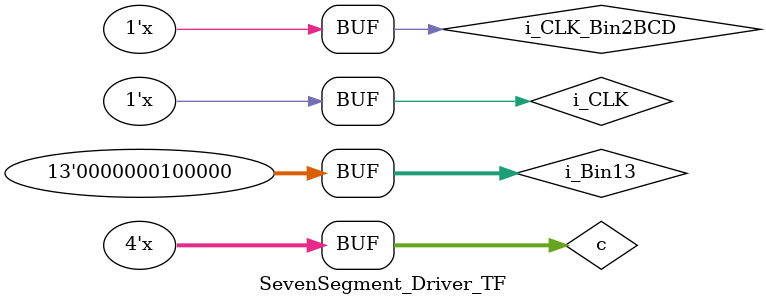
<source format=v>
`timescale 1ns / 1ps


module SevenSegment_Driver_TF;

	// Inputs
	reg [12:0] i_Bin13;
	reg i_CLK;
	reg i_CLK_Bin2BCD;
	
	reg [3:0] c;

	// Outputs
	wire o_SegData;
	wire o_SegLatch;

	// Instantiate the Unit Under Test (UUT)
	SevenSegment_Driver uut (
		.i_Bin13(i_Bin13), 
		.i_CLK(i_CLK),
		.i_CLK_Bin2BCD(i_CLK_Bin2BCD),
		.o_SegData(o_SegData), 
		.o_SegLatch(o_SegLatch)
	);

	always
	begin
		#1
		c = c + 1;
		if (c == 0) i_CLK = ~i_CLK;
		i_CLK_Bin2BCD = ~i_CLK_Bin2BCD;
	end

	initial begin
		// Initialize Inputs
		c = 0;
		i_CLK_Bin2BCD = 0;
		i_Bin13 = 0;
		i_CLK = 0;

		// Wait 100 ns for global reset to finish
		#30;
        
		// Add stimulus here
		
		i_Bin13 = 13'b0000000000001;
		#600
		i_Bin13 = 13'b0000000100000;

	end
      
endmodule


</source>
